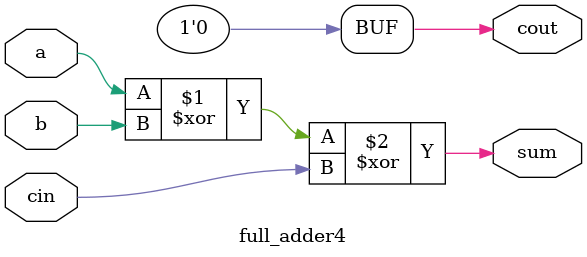
<source format=v>
module full_adder4(a,b,cin,sum,cout);
input a,b,cin;
output sum,cout;
assign sum = a^b^cin;
assign cout = 1'b0; 
// initial begin
//     $display("The incorrect adder with or1 having out/0");
// end   
endmodule
</source>
